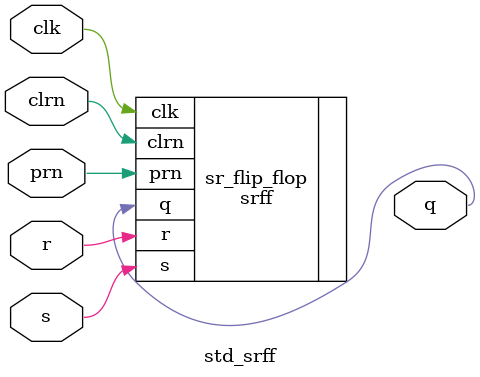
<source format=sv>
module std_srff
(
	input s,
	input r,
	input clk,
	input clrn,
	input prn,
	output logic q
);

`ifdef NO_PRIMITIVES

	// In Altera devices, register signals have a set priority.
	// The HDL design should reflect this priority.
	always_ff @(negedge clrn, negedge prn, posedge clk) begin : sr_flip_flop
		// The asynchronous reset signal has highest priority
		if (~clrn) begin
			q <= 1'b0;
		end else if (~prn) begin
			q <= 1'b1;
		end else begin
			if(r) begin
				q <= 1'b0;
			end else if(s) begin
				q <= 1'b1;
			end
		end
	end : sr_flip_flop
	
`else
	
	srff sr_flip_flop (
		.s(s), 
		.r(r), 
		.clk(clk), 
		.clrn(clrn), 
		.prn(prn), 
		.q(q)
	);
	
`endif

endmodule: std_srff
</source>
